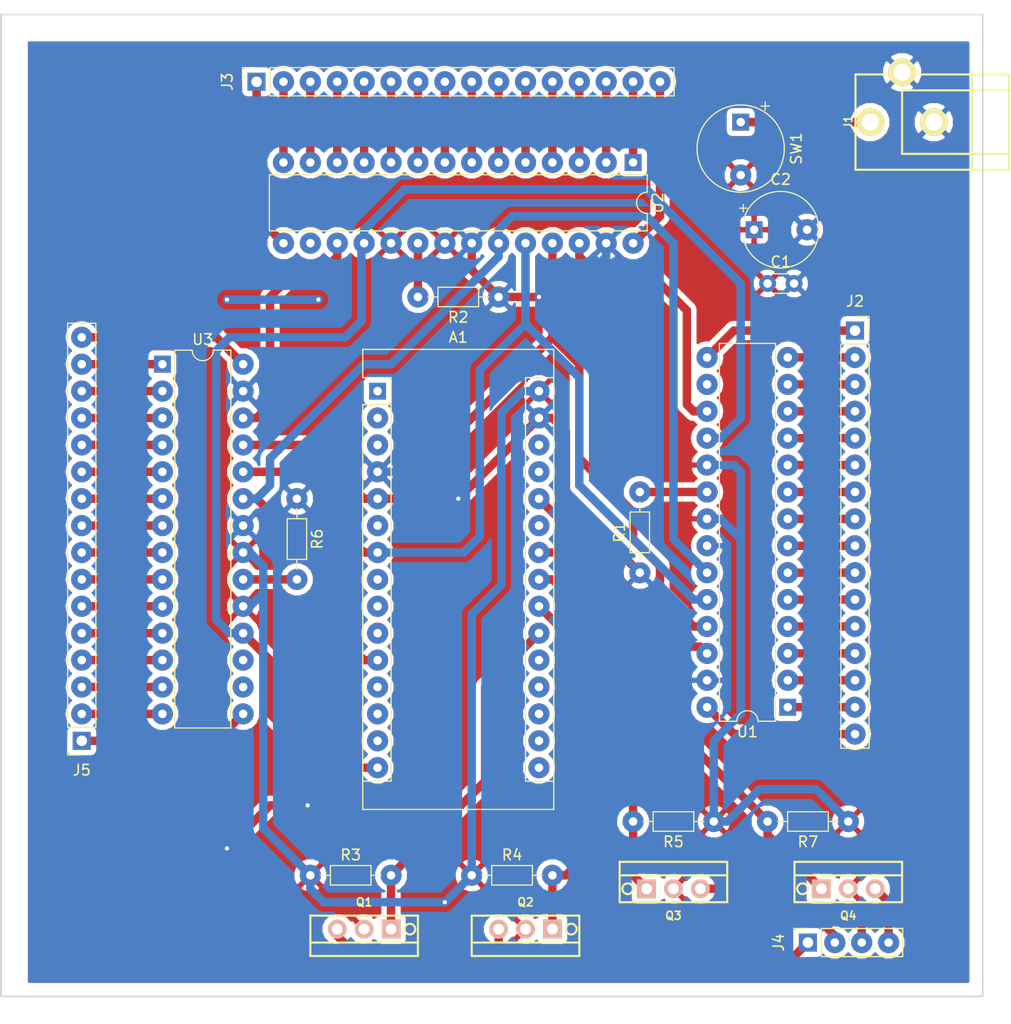
<source format=kicad_pcb>
(kicad_pcb (version 20171130) (host pcbnew 5.0.1-33cea8e~68~ubuntu16.04.1)
  (layers (0 F.Cu signal) (31 B.Cu signal) (34 B.Paste user) (35 F.Paste user) (36 B.SilkS user) (37 F.SilkS user) (38 B.Mask user) (39 F.Mask user) (44 Edge.Cuts user))
  (net 0 "")
  (net 1 "Net-(A1-Pad1)")
  (net 2 "Net-(A1-Pad17)")
  (net 3 "Net-(A1-Pad2)")
  (net 4 "Net-(A1-Pad18)")
  (net 5 "Net-(A1-Pad3)")
  (net 6 "Net-(A1-Pad19)")
  (net 7 GND)
  (net 8 "Net-(A1-Pad20)")
  (net 9 "Net-(A1-Pad21)")
  (net 10 /GSCLK)
  (net 11 "Net-(A1-Pad22)")
  (net 12 "Net-(A1-Pad23)")
  (net 13 "Net-(A1-Pad8)")
  (net 14 "Net-(A1-Pad24)")
  (net 15 "Net-(A1-Pad9)")
  (net 16 "Net-(A1-Pad25)")
  (net 17 "Net-(A1-Pad10)")
  (net 18 "Net-(A1-Pad26)")
  (net 19 "Net-(A1-Pad27)")
  (net 20 /XLAT)
  (net 21 "Net-(A1-Pad28)")
  (net 22 /BLANK)
  (net 23 "Net-(A1-Pad14)")
  (net 24 VCC)
  (net 25 "Net-(A1-Pad16)")
  (net 26 "Net-(J1-Pad1)")
  (net 27 "Net-(J2-Pad1)")
  (net 28 "Net-(J2-Pad2)")
  (net 29 "Net-(J2-Pad3)")
  (net 30 "Net-(J2-Pad4)")
  (net 31 "Net-(J2-Pad5)")
  (net 32 "Net-(J2-Pad6)")
  (net 33 "Net-(J2-Pad7)")
  (net 34 "Net-(J2-Pad8)")
  (net 35 "Net-(J2-Pad9)")
  (net 36 "Net-(J2-Pad10)")
  (net 37 "Net-(J2-Pad11)")
  (net 38 "Net-(J2-Pad12)")
  (net 39 "Net-(J2-Pad13)")
  (net 40 "Net-(J2-Pad14)")
  (net 41 "Net-(J2-Pad15)")
  (net 42 "Net-(J2-Pad16)")
  (net 43 "Net-(J3-Pad16)")
  (net 44 "Net-(J3-Pad15)")
  (net 45 "Net-(J3-Pad14)")
  (net 46 "Net-(J3-Pad13)")
  (net 47 "Net-(J3-Pad12)")
  (net 48 "Net-(J3-Pad11)")
  (net 49 "Net-(J3-Pad10)")
  (net 50 "Net-(J3-Pad9)")
  (net 51 "Net-(J3-Pad8)")
  (net 52 "Net-(J3-Pad7)")
  (net 53 "Net-(J3-Pad6)")
  (net 54 "Net-(J3-Pad5)")
  (net 55 "Net-(J3-Pad4)")
  (net 56 "Net-(J3-Pad3)")
  (net 57 "Net-(J3-Pad2)")
  (net 58 "Net-(J3-Pad1)")
  (net 59 "Net-(J4-Pad1)")
  (net 60 "Net-(J4-Pad2)")
  (net 61 "Net-(J4-Pad3)")
  (net 62 "Net-(J4-Pad4)")
  (net 63 "Net-(J5-Pad1)")
  (net 64 "Net-(J5-Pad2)")
  (net 65 "Net-(J5-Pad3)")
  (net 66 "Net-(J5-Pad4)")
  (net 67 "Net-(J5-Pad5)")
  (net 68 "Net-(J5-Pad6)")
  (net 69 "Net-(J5-Pad7)")
  (net 70 "Net-(J5-Pad8)")
  (net 71 "Net-(J5-Pad9)")
  (net 72 "Net-(J5-Pad10)")
  (net 73 "Net-(J5-Pad11)")
  (net 74 "Net-(J5-Pad12)")
  (net 75 "Net-(J5-Pad13)")
  (net 76 "Net-(J5-Pad14)")
  (net 77 "Net-(J5-Pad15)")
  (net 78 "Net-(J5-Pad16)")
  (net 79 "Net-(R1-Pad2)")
  (net 80 "Net-(R2-Pad2)")
  (net 81 "Net-(R6-Pad2)")
  (net 82 "Net-(U1-Pad16)")
  (net 83 "Net-(U1-Pad17)")
  (net 84 "Net-(U2-Pad16)")
  (net 85 "Net-(U2-Pad17)")
  (net 86 "Net-(U3-Pad17)")
  (net 87 "Net-(U3-Pad16)")
  (net 88 "Net-(A1-Pad6)")
  (net 89 "Net-(A1-Pad12)")
  (net 90 "Net-(A1-Pad13)")
  (net 91 /SCLK)
  (module Connector_PinSocket_2.54mm:PinSocket_1x16_P2.54mm_Vertical (layer F.Cu) (at 87.63 41.91 90)
    (fp_text reference J3 (at 0 -2.77 90) (layer F.SilkS))
    (fp_text value Conn_01x16_Female)
    (pad 16 thru_hole oval (at 0 38.1 90) (size 2 2) (drill 0.8) (layers *.Cu *.Mask) (net 43 "Net-(J3-Pad16)"))
    (pad 15 thru_hole oval (at 0 35.56 90) (size 2 2) (drill 0.8) (layers *.Cu *.Mask) (net 44 "Net-(J3-Pad15)"))
    (pad 14 thru_hole oval (at 0 33.02 90) (size 2 2) (drill 0.8) (layers *.Cu *.Mask) (net 45 "Net-(J3-Pad14)"))
    (pad 13 thru_hole oval (at 0 30.48 90) (size 2 2) (drill 0.8) (layers *.Cu *.Mask) (net 46 "Net-(J3-Pad13)"))
    (pad 12 thru_hole oval (at 0 27.94 90) (size 2 2) (drill 0.8) (layers *.Cu *.Mask) (net 47 "Net-(J3-Pad12)"))
    (pad 11 thru_hole oval (at 0 25.4 90) (size 2 2) (drill 0.8) (layers *.Cu *.Mask) (net 48 "Net-(J3-Pad11)"))
    (pad 10 thru_hole oval (at 0 22.86 90) (size 2 2) (drill 0.8) (layers *.Cu *.Mask) (net 49 "Net-(J3-Pad10)"))
    (pad 9 thru_hole oval (at 0 20.32 90) (size 2 2) (drill 0.8) (layers *.Cu *.Mask) (net 50 "Net-(J3-Pad9)"))
    (pad 8 thru_hole oval (at 0 17.78 90) (size 2 2) (drill 0.8) (layers *.Cu *.Mask) (net 51 "Net-(J3-Pad8)"))
    (pad 7 thru_hole oval (at 0 15.24 90) (size 2 2) (drill 0.8) (layers *.Cu *.Mask) (net 52 "Net-(J3-Pad7)"))
    (pad 6 thru_hole oval (at 0 12.7 90) (size 2 2) (drill 0.8) (layers *.Cu *.Mask) (net 53 "Net-(J3-Pad6)"))
    (pad 5 thru_hole oval (at 0 10.16 90) (size 2 2) (drill 0.8) (layers *.Cu *.Mask) (net 54 "Net-(J3-Pad5)"))
    (pad 4 thru_hole oval (at 0 7.62 90) (size 2 2) (drill 0.8) (layers *.Cu *.Mask) (net 55 "Net-(J3-Pad4)"))
    (pad 3 thru_hole oval (at 0 5.08 90) (size 2 2) (drill 0.8) (layers *.Cu *.Mask) (net 56 "Net-(J3-Pad3)"))
    (pad 2 thru_hole oval (at 0 2.54 90) (size 2 2) (drill 0.8) (layers *.Cu *.Mask) (net 57 "Net-(J3-Pad2)"))
    (pad 1 thru_hole rect (at 0 0 90) (size 1.7 1.7) (drill 1) (layers *.Cu *.Mask) (net 58 "Net-(J3-Pad1)"))
  )
  (module Module:Arduino_Nano (layer F.Cu) (at 99.06 71.12)
    (fp_text reference A1 (at 7.62 -5.08) (layer F.SilkS))
    (fp_text value Arduino_Nano_v3.x)
    (pad 1 thru_hole rect (at 0 0) (size 1.6 1.6) (drill 0.8) (layers *.Cu *.Mask) (net 1 "Net-(A1-Pad1)"))
    (pad 17 thru_hole circle (at 15.24 33.02) (size 2 2) (drill 0.8) (layers *.Cu *.Mask) (net 2 "Net-(A1-Pad17)"))
    (pad 2 thru_hole circle (at 0 2.54) (size 2 2) (drill 0.8) (layers *.Cu *.Mask) (net 3 "Net-(A1-Pad2)"))
    (pad 18 thru_hole circle (at 15.24 30.48) (size 2 2) (drill 0.8) (layers *.Cu *.Mask) (net 4 "Net-(A1-Pad18)"))
    (pad 3 thru_hole circle (at 0 5.08) (size 2 2) (drill 0.8) (layers *.Cu *.Mask) (net 5 "Net-(A1-Pad3)"))
    (pad 19 thru_hole circle (at 15.24 27.94) (size 2 2) (drill 0.8) (layers *.Cu *.Mask) (net 6 "Net-(A1-Pad19)"))
    (pad 4 thru_hole circle (at 0 7.62) (size 2 2) (drill 0.8) (layers *.Cu *.Mask) (net 7 GND))
    (pad 20 thru_hole circle (at 15.24 25.4) (size 2 2) (drill 0.8) (layers *.Cu *.Mask) (net 8 "Net-(A1-Pad20)"))
    (pad 5 thru_hole circle (at 0 10.16) (size 2 2) (drill 0.8) (layers *.Cu *.Mask) (net 91 /SCLK))
    (pad 21 thru_hole circle (at 15.24 22.86) (size 2 2) (drill 0.8) (layers *.Cu *.Mask) (net 9 "Net-(A1-Pad21)"))
    (pad 6 thru_hole circle (at 0 12.7) (size 2 2) (drill 0.8) (layers *.Cu *.Mask) (net 88 "Net-(A1-Pad6)"))
    (pad 22 thru_hole circle (at 15.24 20.32) (size 2 2) (drill 0.8) (layers *.Cu *.Mask) (net 11 "Net-(A1-Pad22)"))
    (pad 7 thru_hole circle (at 0 15.24) (size 2 2) (drill 0.8) (layers *.Cu *.Mask) (net 20 /XLAT))
    (pad 23 thru_hole circle (at 15.24 17.78) (size 2 2) (drill 0.8) (layers *.Cu *.Mask) (net 12 "Net-(A1-Pad23)"))
    (pad 8 thru_hole circle (at 0 17.78) (size 2 2) (drill 0.8) (layers *.Cu *.Mask) (net 13 "Net-(A1-Pad8)"))
    (pad 24 thru_hole circle (at 15.24 15.24) (size 2 2) (drill 0.8) (layers *.Cu *.Mask) (net 14 "Net-(A1-Pad24)"))
    (pad 9 thru_hole circle (at 0 20.32) (size 2 2) (drill 0.8) (layers *.Cu *.Mask) (net 15 "Net-(A1-Pad9)"))
    (pad 25 thru_hole circle (at 15.24 12.7) (size 2 2) (drill 0.8) (layers *.Cu *.Mask) (net 16 "Net-(A1-Pad25)"))
    (pad 10 thru_hole circle (at 0 22.86) (size 2 2) (drill 0.8) (layers *.Cu *.Mask) (net 17 "Net-(A1-Pad10)"))
    (pad 26 thru_hole circle (at 15.24 10.16) (size 2 2) (drill 0.8) (layers *.Cu *.Mask) (net 18 "Net-(A1-Pad26)"))
    (pad 11 thru_hole circle (at 0 25.4) (size 2 2) (drill 0.8) (layers *.Cu *.Mask) (net 22 /BLANK))
    (pad 27 thru_hole circle (at 15.24 7.62) (size 2 2) (drill 0.8) (layers *.Cu *.Mask) (net 19 "Net-(A1-Pad27)"))
    (pad 12 thru_hole circle (at 0 27.94) (size 2 2) (drill 0.8) (layers *.Cu *.Mask) (net 89 "Net-(A1-Pad12)"))
    (pad 28 thru_hole circle (at 15.24 5.08) (size 2 2) (drill 0.8) (layers *.Cu *.Mask) (net 21 "Net-(A1-Pad28)"))
    (pad 13 thru_hole circle (at 0 30.48) (size 2 2) (drill 0.8) (layers *.Cu *.Mask) (net 90 "Net-(A1-Pad13)"))
    (pad 29 thru_hole circle (at 15.24 2.54) (size 2 2) (drill 0.8) (layers *.Cu *.Mask) (net 7 GND))
    (pad 14 thru_hole circle (at 0 33.02) (size 2 2) (drill 0.8) (layers *.Cu *.Mask) (net 23 "Net-(A1-Pad14)"))
    (pad 30 thru_hole circle (at 15.24 0) (size 2 2) (drill 0.8) (layers *.Cu *.Mask) (net 24 VCC))
    (pad 15 thru_hole circle (at 0 35.56) (size 2 2) (drill 0.8) (layers *.Cu *.Mask) (net 10 /GSCLK))
    (pad 16 thru_hole circle (at 15.24 35.56) (size 2 2) (drill 0.8) (layers *.Cu *.Mask) (net 25 "Net-(A1-Pad16)"))
  )
  (module Capacitor_THT:C_Disc_D3.0mm_W1.6mm_P2.50mm (layer F.Cu) (at 135.89 60.96)
    (fp_text reference C1 (at 1.25 -2.05) (layer F.SilkS))
    (fp_text value 100n)
    (pad 1 thru_hole circle (at 0 0) (size 1.6 1.6) (drill 0.8) (layers *.Cu *.Mask) (net 24 VCC))
    (pad 2 thru_hole circle (at 2.5 0) (size 1.6 1.6) (drill 0.8) (layers *.Cu *.Mask) (net 7 GND))
  )
  (module Capacitor_THT:CP_Radial_Tantal_D7.0mm_P5.00mm (layer F.Cu) (at 134.62 55.88)
    (fp_text reference C2 (at 2.5 -4.75) (layer F.SilkS))
    (fp_text value 100u)
    (pad 1 thru_hole rect (at 0 0) (size 1.6 1.6) (drill 0.8) (layers *.Cu *.Mask) (net 24 VCC))
    (pad 2 thru_hole circle (at 5 0) (size 2 2) (drill 0.8) (layers *.Cu *.Mask) (net 7 GND))
  )
  (module connect-thru:CUI-PJ-102A_dc-barrel-jack (layer F.Cu) (at 148.59 45.72 270)
    (fp_text reference J1 (at 0 5.08 270) (layer F.SilkS) (effects (font (size 0.762 0.762) (thickness 0.1524))))
    (fp_text value Jack-DC hide)
    (pad 1 thru_hole circle (at 0 3 270) (size 2.6 2.6) (drill 1.6) (layers *.Cu *.Mask F.SilkS) (net 26 "Net-(J1-Pad1)"))
    (pad 2 thru_hole circle (at 0 -3 270) (size 2.6 2.6) (drill 1.6) (layers *.Cu *.Mask F.SilkS) (net 7 GND))
    (pad 2 thru_hole circle (at -4.7 0 270) (size 2.6 2.6) (drill 1.6) (layers *.Cu *.Mask F.SilkS) (net 7 GND))
  )
  (module Connector_PinSocket_2.54mm:PinSocket_1x16_P2.54mm_Vertical (layer F.Cu) (at 144.145 65.405)
    (fp_text reference J2 (at 0 -2.77) (layer F.SilkS))
    (fp_text value Conn_01x16_Female)
    (pad 1 thru_hole rect (at 0 0) (size 1.7 1.7) (drill 1) (layers *.Cu *.Mask) (net 27 "Net-(J2-Pad1)"))
    (pad 2 thru_hole oval (at 0 2.54) (size 2 2) (drill 0.8) (layers *.Cu *.Mask) (net 28 "Net-(J2-Pad2)"))
    (pad 3 thru_hole oval (at 0 5.08) (size 2 2) (drill 0.8) (layers *.Cu *.Mask) (net 29 "Net-(J2-Pad3)"))
    (pad 4 thru_hole oval (at 0 7.62) (size 2 2) (drill 0.8) (layers *.Cu *.Mask) (net 30 "Net-(J2-Pad4)"))
    (pad 5 thru_hole oval (at 0 10.16) (size 2 2) (drill 0.8) (layers *.Cu *.Mask) (net 31 "Net-(J2-Pad5)"))
    (pad 6 thru_hole oval (at 0 12.7) (size 2 2) (drill 0.8) (layers *.Cu *.Mask) (net 32 "Net-(J2-Pad6)"))
    (pad 7 thru_hole oval (at 0 15.24) (size 2 2) (drill 0.8) (layers *.Cu *.Mask) (net 33 "Net-(J2-Pad7)"))
    (pad 8 thru_hole oval (at 0 17.78) (size 2 2) (drill 0.8) (layers *.Cu *.Mask) (net 34 "Net-(J2-Pad8)"))
    (pad 9 thru_hole oval (at 0 20.32) (size 2 2) (drill 0.8) (layers *.Cu *.Mask) (net 35 "Net-(J2-Pad9)"))
    (pad 10 thru_hole oval (at 0 22.86) (size 2 2) (drill 0.8) (layers *.Cu *.Mask) (net 36 "Net-(J2-Pad10)"))
    (pad 11 thru_hole oval (at 0 25.4) (size 2 2) (drill 0.8) (layers *.Cu *.Mask) (net 37 "Net-(J2-Pad11)"))
    (pad 12 thru_hole oval (at 0 27.94) (size 2 2) (drill 0.8) (layers *.Cu *.Mask) (net 38 "Net-(J2-Pad12)"))
    (pad 13 thru_hole oval (at 0 30.48) (size 2 2) (drill 0.8) (layers *.Cu *.Mask) (net 39 "Net-(J2-Pad13)"))
    (pad 14 thru_hole oval (at 0 33.02) (size 2 2) (drill 0.8) (layers *.Cu *.Mask) (net 40 "Net-(J2-Pad14)"))
    (pad 15 thru_hole oval (at 0 35.56) (size 2 2) (drill 0.8) (layers *.Cu *.Mask) (net 41 "Net-(J2-Pad15)"))
    (pad 16 thru_hole oval (at 0 38.1) (size 2 2) (drill 0.8) (layers *.Cu *.Mask) (net 42 "Net-(J2-Pad16)"))
  )
  (module Connector_PinSocket_2.54mm:PinSocket_1x04_P2.54mm_Vertical (layer F.Cu) (at 139.7 123.19 90)
    (fp_text reference J4 (at 0 -2.77 90) (layer F.SilkS))
    (fp_text value Conn_01x04_Female)
    (pad 4 thru_hole circle (at 0 7.62 90) (size 2 2) (drill 0.8) (layers *.Cu *.Mask) (net 62 "Net-(J4-Pad4)"))
    (pad 3 thru_hole circle (at 0 5.08 90) (size 2 2) (drill 0.8) (layers *.Cu *.Mask) (net 61 "Net-(J4-Pad3)"))
    (pad 2 thru_hole circle (at 0 2.54 90) (size 2 2) (drill 0.8) (layers *.Cu *.Mask) (net 60 "Net-(J4-Pad2)"))
    (pad 1 thru_hole rect (at 0 0 90) (size 1.7 1.7) (drill 1) (layers *.Cu *.Mask) (net 59 "Net-(J4-Pad1)"))
  )
  (module Connector_PinSocket_2.54mm:PinSocket_1x16_P2.54mm_Vertical (layer F.Cu) (at 71.12 104.14 180)
    (fp_text reference J5 (at 0 -2.77 180) (layer F.SilkS))
    (fp_text value Conn_01x16_Female)
    (pad 16 thru_hole oval (at 0 38.1 180) (size 2 2) (drill 0.8) (layers *.Cu *.Mask) (net 78 "Net-(J5-Pad16)"))
    (pad 15 thru_hole oval (at 0 35.56 180) (size 2 2) (drill 0.8) (layers *.Cu *.Mask) (net 77 "Net-(J5-Pad15)"))
    (pad 14 thru_hole oval (at 0 33.02 180) (size 2 2) (drill 0.8) (layers *.Cu *.Mask) (net 76 "Net-(J5-Pad14)"))
    (pad 13 thru_hole oval (at 0 30.48 180) (size 2 2) (drill 0.8) (layers *.Cu *.Mask) (net 75 "Net-(J5-Pad13)"))
    (pad 12 thru_hole oval (at 0 27.94 180) (size 2 2) (drill 0.8) (layers *.Cu *.Mask) (net 74 "Net-(J5-Pad12)"))
    (pad 11 thru_hole oval (at 0 25.4 180) (size 2 2) (drill 0.8) (layers *.Cu *.Mask) (net 73 "Net-(J5-Pad11)"))
    (pad 10 thru_hole oval (at 0 22.86 180) (size 2 2) (drill 0.8) (layers *.Cu *.Mask) (net 72 "Net-(J5-Pad10)"))
    (pad 9 thru_hole oval (at 0 20.32 180) (size 2 2) (drill 0.8) (layers *.Cu *.Mask) (net 71 "Net-(J5-Pad9)"))
    (pad 8 thru_hole oval (at 0 17.78 180) (size 2 2) (drill 0.8) (layers *.Cu *.Mask) (net 70 "Net-(J5-Pad8)"))
    (pad 7 thru_hole oval (at 0 15.24 180) (size 2 2) (drill 0.8) (layers *.Cu *.Mask) (net 69 "Net-(J5-Pad7)"))
    (pad 6 thru_hole oval (at 0 12.7 180) (size 2 2) (drill 0.8) (layers *.Cu *.Mask) (net 68 "Net-(J5-Pad6)"))
    (pad 5 thru_hole oval (at 0 10.16 180) (size 2 2) (drill 0.8) (layers *.Cu *.Mask) (net 67 "Net-(J5-Pad5)"))
    (pad 4 thru_hole oval (at 0 7.62 180) (size 2 2) (drill 0.8) (layers *.Cu *.Mask) (net 66 "Net-(J5-Pad4)"))
    (pad 3 thru_hole oval (at 0 5.08 180) (size 2 2) (drill 0.8) (layers *.Cu *.Mask) (net 65 "Net-(J5-Pad3)"))
    (pad 2 thru_hole oval (at 0 2.54 180) (size 2 2) (drill 0.8) (layers *.Cu *.Mask) (net 64 "Net-(J5-Pad2)"))
    (pad 1 thru_hole rect (at 0 0 180) (size 1.7 1.7) (drill 1) (layers *.Cu *.Mask) (net 63 "Net-(J5-Pad1)"))
  )
  (module to:TO220_3pin (layer F.Cu) (at 97.79 121.92 180)
    (fp_text reference Q1 (at 0 2.54 180) (layer F.SilkS) (effects (font (size 0.762 0.762) (thickness 0.1524))))
    (fp_text value IRF9540N hide)
    (pad 3 thru_hole circle (at 2.54 0 180) (size 1.778 1.778) (drill 1.016) (layers *.Cu *.SilkS *.Mask) (net 59 "Net-(J4-Pad1)"))
    (pad 2 thru_hole circle (at 0 0 180) (size 1.778 1.778) (drill 1.016) (layers *.Cu *.SilkS *.Mask) (net 24 VCC))
    (pad 1 thru_hole rect (at -2.54 0 180) (size 1.778 1.778) (drill 1.016) (layers *.Cu *.SilkS *.Mask) (net 9 "Net-(A1-Pad21)"))
  )
  (module to:TO220_3pin (layer F.Cu) (at 113.03 121.92 180)
    (fp_text reference Q2 (at 0 2.54 180) (layer F.SilkS) (effects (font (size 0.762 0.762) (thickness 0.1524))))
    (fp_text value IRF9540N hide)
    (pad 1 thru_hole rect (at -2.54 0 180) (size 1.778 1.778) (drill 1.016) (layers *.Cu *.SilkS *.Mask) (net 11 "Net-(A1-Pad22)"))
    (pad 2 thru_hole circle (at 0 0 180) (size 1.778 1.778) (drill 1.016) (layers *.Cu *.SilkS *.Mask) (net 24 VCC))
    (pad 3 thru_hole circle (at 2.54 0 180) (size 1.778 1.778) (drill 1.016) (layers *.Cu *.SilkS *.Mask) (net 60 "Net-(J4-Pad2)"))
  )
  (module to:TO220_3pin (layer F.Cu) (at 127 118.11)
    (fp_text reference Q3 (at 0 2.54) (layer F.SilkS) (effects (font (size 0.762 0.762) (thickness 0.1524))))
    (fp_text value IRF9540N hide)
    (pad 3 thru_hole circle (at 2.54 0) (size 1.778 1.778) (drill 1.016) (layers *.Cu *.SilkS *.Mask) (net 61 "Net-(J4-Pad3)"))
    (pad 2 thru_hole circle (at 0 0) (size 1.778 1.778) (drill 1.016) (layers *.Cu *.SilkS *.Mask) (net 24 VCC))
    (pad 1 thru_hole rect (at -2.54 0) (size 1.778 1.778) (drill 1.016) (layers *.Cu *.SilkS *.Mask) (net 12 "Net-(A1-Pad23)"))
  )
  (module to:TO220_3pin (layer F.Cu) (at 143.51 118.11)
    (fp_text reference Q4 (at 0 2.54) (layer F.SilkS) (effects (font (size 0.762 0.762) (thickness 0.1524))))
    (fp_text value IRF9540N hide)
    (pad 1 thru_hole rect (at -2.54 0) (size 1.778 1.778) (drill 1.016) (layers *.Cu *.SilkS *.Mask) (net 14 "Net-(A1-Pad24)"))
    (pad 2 thru_hole circle (at 0 0) (size 1.778 1.778) (drill 1.016) (layers *.Cu *.SilkS *.Mask) (net 24 VCC))
    (pad 3 thru_hole circle (at 2.54 0) (size 1.778 1.778) (drill 1.016) (layers *.Cu *.SilkS *.Mask) (net 62 "Net-(J4-Pad4)"))
  )
  (module Resistor_THT:R_Axial_DIN0204_L3.6mm_D1.6mm_P7.62mm_Horizontal (layer F.Cu) (at 123.825 88.265 90)
    (fp_text reference R1 (at 3.81 -1.92 90) (layer F.SilkS))
    (fp_text value 2k)
    (pad 2 thru_hole circle (at 7.62 0 90) (size 2 2) (drill 0.8) (layers *.Cu *.Mask) (net 79 "Net-(R1-Pad2)"))
    (pad 1 thru_hole circle (at 0 0 90) (size 2 2) (drill 0.8) (layers *.Cu *.Mask) (net 7 GND))
  )
  (module Resistor_THT:R_Axial_DIN0204_L3.6mm_D1.6mm_P7.62mm_Horizontal (layer F.Cu) (at 110.49 62.23 180)
    (fp_text reference R2 (at 3.81 -1.92 180) (layer F.SilkS))
    (fp_text value 2k)
    (pad 2 thru_hole circle (at 7.62 0 180) (size 2 2) (drill 0.8) (layers *.Cu *.Mask) (net 80 "Net-(R2-Pad2)"))
    (pad 1 thru_hole circle (at 0 0 180) (size 2 2) (drill 0.8) (layers *.Cu *.Mask) (net 7 GND))
  )
  (module Resistor_THT:R_Axial_DIN0204_L3.6mm_D1.6mm_P7.62mm_Horizontal (layer F.Cu) (at 92.71 116.84)
    (fp_text reference R3 (at 3.81 -1.92) (layer F.SilkS))
    (fp_text value R)
    (pad 1 thru_hole circle (at 0 0) (size 2 2) (drill 0.8) (layers *.Cu *.Mask) (net 24 VCC))
    (pad 2 thru_hole circle (at 7.62 0) (size 2 2) (drill 0.8) (layers *.Cu *.Mask) (net 9 "Net-(A1-Pad21)"))
  )
  (module Resistor_THT:R_Axial_DIN0204_L3.6mm_D1.6mm_P7.62mm_Horizontal (layer F.Cu) (at 107.95 116.84)
    (fp_text reference R4 (at 3.81 -1.92) (layer F.SilkS))
    (fp_text value R)
    (pad 2 thru_hole circle (at 7.62 0) (size 2 2) (drill 0.8) (layers *.Cu *.Mask) (net 11 "Net-(A1-Pad22)"))
    (pad 1 thru_hole circle (at 0 0) (size 2 2) (drill 0.8) (layers *.Cu *.Mask) (net 24 VCC))
  )
  (module Resistor_THT:R_Axial_DIN0204_L3.6mm_D1.6mm_P7.62mm_Horizontal (layer F.Cu) (at 130.81 111.76 180)
    (fp_text reference R5 (at 3.81 -1.92 180) (layer F.SilkS))
    (fp_text value R)
    (pad 1 thru_hole circle (at 0 0 180) (size 2 2) (drill 0.8) (layers *.Cu *.Mask) (net 24 VCC))
    (pad 2 thru_hole circle (at 7.62 0 180) (size 2 2) (drill 0.8) (layers *.Cu *.Mask) (net 12 "Net-(A1-Pad23)"))
  )
  (module Resistor_THT:R_Axial_DIN0204_L3.6mm_D1.6mm_P7.62mm_Horizontal (layer F.Cu) (at 91.44 81.28 270)
    (fp_text reference R6 (at 3.81 -1.92 270) (layer F.SilkS))
    (fp_text value 2k)
    (pad 1 thru_hole circle (at 0 0 270) (size 2 2) (drill 0.8) (layers *.Cu *.Mask) (net 7 GND))
    (pad 2 thru_hole circle (at 7.62 0 270) (size 2 2) (drill 0.8) (layers *.Cu *.Mask) (net 81 "Net-(R6-Pad2)"))
  )
  (module Resistor_THT:R_Axial_DIN0204_L3.6mm_D1.6mm_P7.62mm_Horizontal (layer F.Cu) (at 143.51 111.76 180)
    (fp_text reference R7 (at 3.81 -1.92 180) (layer F.SilkS))
    (fp_text value R)
    (pad 1 thru_hole circle (at 0 0 180) (size 2 2) (drill 0.8) (layers *.Cu *.Mask) (net 24 VCC))
    (pad 2 thru_hole circle (at 7.62 0 180) (size 2 2) (drill 0.8) (layers *.Cu *.Mask) (net 14 "Net-(A1-Pad24)"))
  )
  (module Capacitor_THT:CP_Radial_Tantal_D8.0mm_P5.00mm (layer F.Cu) (at 133.35 45.72 270)
    (fp_text reference SW1 (at 2.5 -5.25 270) (layer F.SilkS))
    (fp_text value SW_DPST_x2)
    (pad 1 thru_hole rect (at 0 0 270) (size 1.6 1.6) (drill 0.8) (layers *.Cu *.Mask) (net 26 "Net-(J1-Pad1)"))
    (pad 2 thru_hole circle (at 5 0 270) (size 2 2) (drill 0.8) (layers *.Cu *.Mask) (net 24 VCC))
  )
  (module Package_DIP:DIP-28_W7.62mm (layer F.Cu) (at 137.795 100.965 180)
    (fp_text reference U1 (at 3.81 -2.33 180) (layer F.SilkS))
    (fp_text value TLC5940NT)
    (pad 1 thru_hole rect (at 0 0 180) (size 1.6 1.6) (drill 0.8) (layers *.Cu *.Mask) (net 41 "Net-(J2-Pad15)"))
    (pad 15 thru_hole oval (at 7.62 33.02 180) (size 2 2) (drill 0.8) (layers *.Cu *.Mask) (net 27 "Net-(J2-Pad1)"))
    (pad 2 thru_hole oval (at 0 2.54 180) (size 2 2) (drill 0.8) (layers *.Cu *.Mask) (net 40 "Net-(J2-Pad14)"))
    (pad 16 thru_hole oval (at 7.62 30.48 180) (size 2 2) (drill 0.8) (layers *.Cu *.Mask) (net 82 "Net-(U1-Pad16)"))
    (pad 3 thru_hole oval (at 0 5.08 180) (size 2 2) (drill 0.8) (layers *.Cu *.Mask) (net 39 "Net-(J2-Pad13)"))
    (pad 17 thru_hole oval (at 7.62 27.94 180) (size 2 2) (drill 0.8) (layers *.Cu *.Mask) (net 83 "Net-(U1-Pad17)"))
    (pad 4 thru_hole oval (at 0 7.62 180) (size 2 2) (drill 0.8) (layers *.Cu *.Mask) (net 38 "Net-(J2-Pad12)"))
    (pad 18 thru_hole oval (at 7.62 25.4 180) (size 2 2) (drill 0.8) (layers *.Cu *.Mask) (net 10 /GSCLK))
    (pad 5 thru_hole oval (at 0 10.16 180) (size 2 2) (drill 0.8) (layers *.Cu *.Mask) (net 37 "Net-(J2-Pad11)"))
    (pad 19 thru_hole oval (at 7.62 22.86 180) (size 2 2) (drill 0.8) (layers *.Cu *.Mask) (net 24 VCC))
    (pad 6 thru_hole oval (at 0 12.7 180) (size 2 2) (drill 0.8) (layers *.Cu *.Mask) (net 36 "Net-(J2-Pad10)"))
    (pad 20 thru_hole oval (at 7.62 20.32 180) (size 2 2) (drill 0.8) (layers *.Cu *.Mask) (net 79 "Net-(R1-Pad2)"))
    (pad 7 thru_hole oval (at 0 15.24 180) (size 2 2) (drill 0.8) (layers *.Cu *.Mask) (net 35 "Net-(J2-Pad9)"))
    (pad 21 thru_hole oval (at 7.62 17.78 180) (size 2 2) (drill 0.8) (layers *.Cu *.Mask) (net 24 VCC))
    (pad 8 thru_hole oval (at 0 17.78 180) (size 2 2) (drill 0.8) (layers *.Cu *.Mask) (net 34 "Net-(J2-Pad8)"))
    (pad 22 thru_hole oval (at 7.62 15.24 180) (size 2 2) (drill 0.8) (layers *.Cu *.Mask) (net 7 GND))
    (pad 9 thru_hole oval (at 0 20.32 180) (size 2 2) (drill 0.8) (layers *.Cu *.Mask) (net 33 "Net-(J2-Pad7)"))
    (pad 23 thru_hole oval (at 7.62 12.7 180) (size 2 2) (drill 0.8) (layers *.Cu *.Mask) (net 22 /BLANK))
    (pad 10 thru_hole oval (at 0 22.86 180) (size 2 2) (drill 0.8) (layers *.Cu *.Mask) (net 32 "Net-(J2-Pad6)"))
    (pad 24 thru_hole oval (at 7.62 10.16 180) (size 2 2) (drill 0.8) (layers *.Cu *.Mask) (net 20 /XLAT))
    (pad 11 thru_hole oval (at 0 25.4 180) (size 2 2) (drill 0.8) (layers *.Cu *.Mask) (net 31 "Net-(J2-Pad5)"))
    (pad 25 thru_hole oval (at 7.62 7.62 180) (size 2 2) (drill 0.8) (layers *.Cu *.Mask) (net 91 /SCLK))
    (pad 12 thru_hole oval (at 0 27.94 180) (size 2 2) (drill 0.8) (layers *.Cu *.Mask) (net 30 "Net-(J2-Pad4)"))
    (pad 26 thru_hole oval (at 7.62 5.08 180) (size 2 2) (drill 0.8) (layers *.Cu *.Mask) (net 18 "Net-(A1-Pad26)"))
    (pad 13 thru_hole oval (at 0 30.48 180) (size 2 2) (drill 0.8) (layers *.Cu *.Mask) (net 29 "Net-(J2-Pad3)"))
    (pad 27 thru_hole oval (at 7.62 2.54 180) (size 2 2) (drill 0.8) (layers *.Cu *.Mask) (net 7 GND))
    (pad 14 thru_hole oval (at 0 33.02 180) (size 2 2) (drill 0.8) (layers *.Cu *.Mask) (net 28 "Net-(J2-Pad2)"))
    (pad 28 thru_hole oval (at 7.62 0 180) (size 2 2) (drill 0.8) (layers *.Cu *.Mask) (net 42 "Net-(J2-Pad16)"))
  )
  (module Package_DIP:DIP-28_W7.62mm (layer F.Cu) (at 123.19 49.53 270)
    (fp_text reference U2 (at 3.81 -2.33 270) (layer F.SilkS))
    (fp_text value TLC5940NT)
    (pad 1 thru_hole rect (at 0 0 270) (size 1.6 1.6) (drill 0.8) (layers *.Cu *.Mask) (net 44 "Net-(J3-Pad15)"))
    (pad 15 thru_hole circle (at 7.62 33.02 270) (size 2 2) (drill 0.8) (layers *.Cu *.Mask) (net 58 "Net-(J3-Pad1)"))
    (pad 2 thru_hole circle (at 0 2.54 270) (size 2 2) (drill 0.8) (layers *.Cu *.Mask) (net 45 "Net-(J3-Pad14)"))
    (pad 16 thru_hole circle (at 7.62 30.48 270) (size 2 2) (drill 0.8) (layers *.Cu *.Mask) (net 84 "Net-(U2-Pad16)"))
    (pad 3 thru_hole circle (at 0 5.08 270) (size 2 2) (drill 0.8) (layers *.Cu *.Mask) (net 46 "Net-(J3-Pad13)"))
    (pad 17 thru_hole circle (at 7.62 27.94 270) (size 2 2) (drill 0.8) (layers *.Cu *.Mask) (net 85 "Net-(U2-Pad17)"))
    (pad 4 thru_hole circle (at 0 7.62 270) (size 2 2) (drill 0.8) (layers *.Cu *.Mask) (net 47 "Net-(J3-Pad12)"))
    (pad 18 thru_hole circle (at 7.62 25.4 270) (size 2 2) (drill 0.8) (layers *.Cu *.Mask) (net 10 /GSCLK))
    (pad 5 thru_hole circle (at 0 10.16 270) (size 2 2) (drill 0.8) (layers *.Cu *.Mask) (net 48 "Net-(J3-Pad11)"))
    (pad 19 thru_hole circle (at 7.62 22.86 270) (size 2 2) (drill 0.8) (layers *.Cu *.Mask) (net 24 VCC))
    (pad 6 thru_hole circle (at 0 12.7 270) (size 2 2) (drill 0.8) (layers *.Cu *.Mask) (net 49 "Net-(J3-Pad10)"))
    (pad 20 thru_hole circle (at 7.62 20.32 270) (size 2 2) (drill 0.8) (layers *.Cu *.Mask) (net 80 "Net-(R2-Pad2)"))
    (pad 7 thru_hole circle (at 0 15.24 270) (size 2 2) (drill 0.8) (layers *.Cu *.Mask) (net 50 "Net-(J3-Pad9)"))
    (pad 21 thru_hole circle (at 7.62 17.78 270) (size 2 2) (drill 0.8) (layers *.Cu *.Mask) (net 24 VCC))
    (pad 8 thru_hole circle (at 0 17.78 270) (size 2 2) (drill 0.8) (layers *.Cu *.Mask) (net 51 "Net-(J3-Pad8)"))
    (pad 22 thru_hole circle (at 7.62 15.24 270) (size 2 2) (drill 0.8) (layers *.Cu *.Mask) (net 7 GND))
    (pad 9 thru_hole circle (at 0 20.32 270) (size 2 2) (drill 0.8) (layers *.Cu *.Mask) (net 52 "Net-(J3-Pad7)"))
    (pad 23 thru_hole circle (at 7.62 12.7 270) (size 2 2) (drill 0.8) (layers *.Cu *.Mask) (net 22 /BLANK))
    (pad 10 thru_hole circle (at 0 22.86 270) (size 2 2) (drill 0.8) (layers *.Cu *.Mask) (net 53 "Net-(J3-Pad6)"))
    (pad 24 thru_hole circle (at 7.62 10.16 270) (size 2 2) (drill 0.8) (layers *.Cu *.Mask) (net 20 /XLAT))
    (pad 11 thru_hole circle (at 0 25.4 270) (size 2 2) (drill 0.8) (layers *.Cu *.Mask) (net 54 "Net-(J3-Pad5)"))
    (pad 25 thru_hole circle (at 7.62 7.62 270) (size 2 2) (drill 0.8) (layers *.Cu *.Mask) (net 91 /SCLK))
    (pad 12 thru_hole circle (at 0 27.94 270) (size 2 2) (drill 0.8) (layers *.Cu *.Mask) (net 55 "Net-(J3-Pad4)"))
    (pad 26 thru_hole circle (at 7.62 5.08 270) (size 2 2) (drill 0.8) (layers *.Cu *.Mask) (net 83 "Net-(U1-Pad17)"))
    (pad 13 thru_hole circle (at 0 30.48 270) (size 2 2) (drill 0.8) (layers *.Cu *.Mask) (net 56 "Net-(J3-Pad3)"))
    (pad 27 thru_hole circle (at 7.62 2.54 270) (size 2 2) (drill 0.8) (layers *.Cu *.Mask) (net 7 GND))
    (pad 14 thru_hole circle (at 0 33.02 270) (size 2 2) (drill 0.8) (layers *.Cu *.Mask) (net 57 "Net-(J3-Pad2)"))
    (pad 28 thru_hole circle (at 7.62 0 270) (size 2 2) (drill 0.8) (layers *.Cu *.Mask) (net 43 "Net-(J3-Pad16)"))
  )
  (module Package_DIP:DIP-28_W7.62mm (layer F.Cu) (at 78.74 68.58)
    (fp_text reference U3 (at 3.81 -2.33) (layer F.SilkS))
    (fp_text value TLC5940NT)
    (pad 1 thru_hole rect (at 0 0) (size 1.6 1.6) (drill 0.8) (layers *.Cu *.Mask) (net 77 "Net-(J5-Pad15)"))
    (pad 15 thru_hole circle (at 7.62 33.02) (size 2 2) (drill 0.8) (layers *.Cu *.Mask) (net 63 "Net-(J5-Pad1)"))
    (pad 2 thru_hole circle (at 0 2.54) (size 2 2) (drill 0.8) (layers *.Cu *.Mask) (net 76 "Net-(J5-Pad14)"))
    (pad 16 thru_hole circle (at 7.62 30.48) (size 2 2) (drill 0.8) (layers *.Cu *.Mask) (net 87 "Net-(U3-Pad16)"))
    (pad 3 thru_hole circle (at 0 5.08) (size 2 2) (drill 0.8) (layers *.Cu *.Mask) (net 75 "Net-(J5-Pad13)"))
    (pad 17 thru_hole circle (at 7.62 27.94) (size 2 2) (drill 0.8) (layers *.Cu *.Mask) (net 86 "Net-(U3-Pad17)"))
    (pad 4 thru_hole circle (at 0 7.62) (size 2 2) (drill 0.8) (layers *.Cu *.Mask) (net 74 "Net-(J5-Pad12)"))
    (pad 18 thru_hole circle (at 7.62 25.4) (size 2 2) (drill 0.8) (layers *.Cu *.Mask) (net 10 /GSCLK))
    (pad 5 thru_hole circle (at 0 10.16) (size 2 2) (drill 0.8) (layers *.Cu *.Mask) (net 73 "Net-(J5-Pad11)"))
    (pad 19 thru_hole circle (at 7.62 22.86) (size 2 2) (drill 0.8) (layers *.Cu *.Mask) (net 24 VCC))
    (pad 6 thru_hole circle (at 0 12.7) (size 2 2) (drill 0.8) (layers *.Cu *.Mask) (net 72 "Net-(J5-Pad10)"))
    (pad 20 thru_hole circle (at 7.62 20.32) (size 2 2) (drill 0.8) (layers *.Cu *.Mask) (net 81 "Net-(R6-Pad2)"))
    (pad 7 thru_hole circle (at 0 15.24) (size 2 2) (drill 0.8) (layers *.Cu *.Mask) (net 71 "Net-(J5-Pad9)"))
    (pad 21 thru_hole circle (at 7.62 17.78) (size 2 2) (drill 0.8) (layers *.Cu *.Mask) (net 24 VCC))
    (pad 8 thru_hole circle (at 0 17.78) (size 2 2) (drill 0.8) (layers *.Cu *.Mask) (net 70 "Net-(J5-Pad8)"))
    (pad 22 thru_hole circle (at 7.62 15.24) (size 2 2) (drill 0.8) (layers *.Cu *.Mask) (net 7 GND))
    (pad 9 thru_hole circle (at 0 20.32) (size 2 2) (drill 0.8) (layers *.Cu *.Mask) (net 69 "Net-(J5-Pad7)"))
    (pad 23 thru_hole circle (at 7.62 12.7) (size 2 2) (drill 0.8) (layers *.Cu *.Mask) (net 22 /BLANK))
    (pad 10 thru_hole circle (at 0 22.86) (size 2 2) (drill 0.8) (layers *.Cu *.Mask) (net 68 "Net-(J5-Pad6)"))
    (pad 24 thru_hole circle (at 7.62 10.16) (size 2 2) (drill 0.8) (layers *.Cu *.Mask) (net 20 /XLAT))
    (pad 11 thru_hole circle (at 0 25.4) (size 2 2) (drill 0.8) (layers *.Cu *.Mask) (net 67 "Net-(J5-Pad5)"))
    (pad 25 thru_hole circle (at 7.62 7.62) (size 2 2) (drill 0.8) (layers *.Cu *.Mask) (net 91 /SCLK))
    (pad 12 thru_hole circle (at 0 27.94) (size 2 2) (drill 0.8) (layers *.Cu *.Mask) (net 66 "Net-(J5-Pad4)"))
    (pad 26 thru_hole circle (at 7.62 5.08) (size 2 2) (drill 0.8) (layers *.Cu *.Mask) (net 85 "Net-(U2-Pad17)"))
    (pad 13 thru_hole circle (at 0 30.48) (size 2 2) (drill 0.8) (layers *.Cu *.Mask) (net 65 "Net-(J5-Pad3)"))
    (pad 27 thru_hole circle (at 7.62 2.54) (size 2 2) (drill 0.8) (layers *.Cu *.Mask) (net 7 GND))
    (pad 14 thru_hole circle (at 0 33.02) (size 2 2) (drill 0.8) (layers *.Cu *.Mask) (net 64 "Net-(J5-Pad2)"))
    (pad 28 thru_hole circle (at 7.62 0) (size 2 2) (drill 0.8) (layers *.Cu *.Mask) (net 78 "Net-(J5-Pad16)"))
  )
  (gr_line (start 63.5 128.27) (end 63.5 35.56) (angle 90) (layer Edge.Cuts) (width 0.15))
  (gr_line (start 156.21 128.27) (end 63.5 128.27) (angle 90) (layer Edge.Cuts) (width 0.15))
  (gr_line (start 156.21 35.56) (end 156.21 128.27) (angle 90) (layer Edge.Cuts) (width 0.15))
  (gr_line (start 63.5 35.56) (end 156.21 35.56) (angle 90) (layer Edge.Cuts) (width 0.15))
  (segment (start 110.49 62.23) (end 107.95 59.69) (width 0.8) (layer F.Cu) (net 7))
  (segment (start 107.95 59.69) (end 107.95 57.15) (width 0.8) (layer F.Cu) (net 7))
  (segment (start 120.65 57.15) (end 120.65 58.42) (width 0.8) (layer B.Cu) (net 7))
  (segment (start 114.3 62.23) (end 110.49 62.23) (width 0.8) (layer F.Cu) (net 7))
  (via (at 114.3 62.23) (size 0.8) (drill 0.4) (layers F.Cu B.Cu) (net 7))
  (segment (start 116.84 62.23) (end 114.3 62.23) (width 0.8) (layer B.Cu) (net 7))
  (segment (start 120.65 58.42) (end 116.84 62.23) (width 0.8) (layer B.Cu) (net 7))
  (segment (start 114.3 73.66) (end 115.57 73.66) (width 0.8) (layer F.Cu) (net 7))
  (segment (start 116.84 81.28) (end 123.825 88.265) (width 0.8) (layer F.Cu) (net 7))
  (segment (start 116.84 74.93) (end 116.84 81.28) (width 0.8) (layer F.Cu) (net 7))
  (segment (start 115.57 73.66) (end 116.84 74.93) (width 0.8) (layer F.Cu) (net 7))
  (segment (start 114.3 73.66) (end 106.68 81.28) (width 0.8) (layer F.Cu) (net 7))
  (segment (start 104.14 78.74) (end 99.06 78.74) (width 0.8) (layer B.Cu) (net 7))
  (segment (start 106.68 81.28) (end 104.14 78.74) (width 0.8) (layer B.Cu) (net 7))
  (via (at 106.68 81.28) (size 0.8) (drill 0.4) (layers F.Cu B.Cu) (net 7))
  (via (at 84.836 114.3) (size 0.8) (drill 0.4) (layers F.Cu B.Cu) (net 7))
  (via (at 92.456 110.236) (size 0.8) (drill 0.4) (layers F.Cu B.Cu) (net 7))
  (segment (start 92.456 110.236) (end 88.9 110.236) (width 0.8) (layer F.Cu) (net 7))
  (segment (start 88.9 110.236) (end 84.836 114.3) (width 0.8) (layer F.Cu) (net 7))
  (segment (start 114.3 93.98) (end 109.22 99.06) (width 0.8) (layer F.Cu) (net 9))
  (segment (start 109.22 107.95) (end 100.33 116.84) (width 0.8) (layer F.Cu) (net 9))
  (segment (start 109.22 99.06) (end 109.22 107.95) (width 0.8) (layer F.Cu) (net 9))
  (segment (start 100.33 116.84) (end 100.33 121.92) (width 0.8) (layer F.Cu) (net 9))
  (segment (start 99.06 106.68) (end 93.98 106.68) (width 0.8) (layer F.Cu) (net 10))
  (segment (start 88.9 96.52) (end 86.36 93.98) (width 0.8) (layer F.Cu) (net 10))
  (segment (start 88.9 101.6) (end 88.9 96.52) (width 0.8) (layer F.Cu) (net 10))
  (segment (start 93.98 106.68) (end 88.9 101.6) (width 0.8) (layer F.Cu) (net 10))
  (segment (start 86.36 93.98) (end 85.09 93.98) (width 0.8) (layer B.Cu) (net 10))
  (segment (start 97.536 57.404) (end 97.79 57.15) (width 0.8) (layer B.Cu) (net 10))
  (segment (start 97.536 64.516) (end 97.536 57.404) (width 0.8) (layer B.Cu) (net 10))
  (segment (start 96.012 66.04) (end 97.536 64.516) (width 0.8) (layer B.Cu) (net 10))
  (segment (start 90.17 66.04) (end 96.012 66.04) (width 0.8) (layer B.Cu) (net 10))
  (segment (start 90.17 66.04) (end 85.09 66.04) (width 0.8) (layer B.Cu) (net 10))
  (segment (start 85.09 66.04) (end 83.82 67.31) (width 0.8) (layer B.Cu) (net 10))
  (segment (start 83.82 67.31) (end 83.82 92.71) (width 0.8) (layer B.Cu) (net 10))
  (segment (start 83.82 92.71) (end 85.09 93.98) (width 0.8) (layer B.Cu) (net 10))
  (segment (start 97.79 57.15) (end 97.79 55.88) (width 0.8) (layer B.Cu) (net 10))
  (segment (start 101.6 52.07) (end 99.06 54.61) (width 0.8) (layer B.Cu) (net 10))
  (segment (start 124.46 52.07) (end 101.6 52.07) (width 0.8) (layer B.Cu) (net 10))
  (segment (start 133.35 60.96) (end 124.46 52.07) (width 0.8) (layer B.Cu) (net 10))
  (segment (start 133.35 73.66) (end 133.35 60.96) (width 0.8) (layer B.Cu) (net 10))
  (segment (start 131.445 75.565) (end 133.35 73.66) (width 0.8) (layer B.Cu) (net 10))
  (segment (start 131.445 75.565) (end 130.175 75.565) (width 0.8) (layer B.Cu) (net 10))
  (segment (start 99.06 54.61) (end 97.79 55.88) (width 0.8) (layer B.Cu) (net 10))
  (segment (start 114.3 91.44) (end 120.65 97.79) (width 0.8) (layer F.Cu) (net 11))
  (segment (start 116.84 116.84) (end 115.57 116.84) (width 0.8) (layer F.Cu) (net 11))
  (segment (start 120.65 113.03) (end 116.84 116.84) (width 0.8) (layer F.Cu) (net 11))
  (segment (start 120.65 97.79) (end 120.65 113.03) (width 0.8) (layer F.Cu) (net 11))
  (segment (start 115.57 116.84) (end 115.57 121.92) (width 0.8) (layer F.Cu) (net 11))
  (segment (start 114.3 88.9) (end 115.57 88.9) (width 0.8) (layer F.Cu) (net 12))
  (segment (start 123.19 96.52) (end 123.19 111.76) (width 0.8) (layer F.Cu) (net 12))
  (segment (start 115.57 88.9) (end 123.19 96.52) (width 0.8) (layer F.Cu) (net 12))
  (segment (start 123.19 111.76) (end 123.19 116.84) (width 0.8) (layer F.Cu) (net 12))
  (segment (start 123.19 116.84) (end 124.46 118.11) (width 0.8) (layer F.Cu) (net 12))
  (segment (start 114.3 86.36) (end 116.84 86.36) (width 0.8) (layer F.Cu) (net 14))
  (segment (start 127 102.87) (end 135.89 111.76) (width 0.8) (layer F.Cu) (net 14))
  (segment (start 127 96.52) (end 127 102.87) (width 0.8) (layer F.Cu) (net 14))
  (segment (start 116.84 86.36) (end 127 96.52) (width 0.8) (layer F.Cu) (net 14))
  (segment (start 135.89 111.76) (end 135.89 113.03) (width 0.8) (layer F.Cu) (net 14))
  (segment (start 135.89 113.03) (end 140.97 118.11) (width 0.8) (layer F.Cu) (net 14))
  (segment (start 114.3 81.28) (end 124.46 91.44) (width 0.8) (layer F.Cu) (net 18))
  (segment (start 129.54 95.25) (end 130.175 95.885) (width 0.8) (layer F.Cu) (net 18))
  (segment (start 128.27 95.25) (end 129.54 95.25) (width 0.8) (layer F.Cu) (net 18))
  (segment (start 124.46 91.44) (end 128.27 95.25) (width 0.8) (layer F.Cu) (net 18))
  (segment (start 86.36 78.74) (end 92.71 78.74) (width 0.8) (layer F.Cu) (net 20))
  (segment (start 97.79 86.36) (end 99.06 86.36) (width 0.8) (layer F.Cu) (net 20))
  (segment (start 96.52 85.09) (end 97.79 86.36) (width 0.8) (layer F.Cu) (net 20))
  (segment (start 96.52 82.55) (end 96.52 85.09) (width 0.8) (layer F.Cu) (net 20))
  (segment (start 92.71 78.74) (end 96.52 82.55) (width 0.8) (layer F.Cu) (net 20))
  (segment (start 113.03 57.15) (end 113.03 64.77) (width 0.8) (layer B.Cu) (net 20))
  (segment (start 130.175 90.805) (end 128.905 90.805) (width 0.8) (layer B.Cu) (net 20))
  (segment (start 128.905 90.805) (end 118.11 80.01) (width 0.8) (layer B.Cu) (net 20))
  (segment (start 118.11 80.01) (end 118.11 69.85) (width 0.8) (layer B.Cu) (net 20))
  (segment (start 118.11 69.85) (end 113.03 64.77) (width 0.8) (layer B.Cu) (net 20))
  (segment (start 99.06 86.36) (end 107.188 86.36) (width 0.8) (layer B.Cu) (net 20))
  (segment (start 108.712 69.088) (end 113.03 64.77) (width 0.8) (layer B.Cu) (net 20))
  (segment (start 108.712 84.836) (end 108.712 69.088) (width 0.8) (layer B.Cu) (net 20))
  (segment (start 107.188 86.36) (end 108.712 84.836) (width 0.8) (layer B.Cu) (net 20))
  (segment (start 86.36 81.28) (end 87.63 81.28) (width 0.8) (layer F.Cu) (net 22))
  (segment (start 97.79 96.52) (end 99.06 96.52) (width 0.8) (layer F.Cu) (net 22))
  (segment (start 96.52 95.25) (end 97.79 96.52) (width 0.8) (layer F.Cu) (net 22))
  (segment (start 96.52 90.17) (end 96.52 95.25) (width 0.8) (layer F.Cu) (net 22))
  (segment (start 87.63 81.28) (end 96.52 90.17) (width 0.8) (layer F.Cu) (net 22))
  (segment (start 110.49 57.15) (end 110.49 58.42) (width 0.8) (layer B.Cu) (net 22))
  (segment (start 87.63 81.28) (end 86.36 81.28) (width 0.8) (layer B.Cu) (net 22))
  (segment (start 88.9 80.01) (end 87.63 81.28) (width 0.8) (layer B.Cu) (net 22))
  (segment (start 88.9 77.47) (end 88.9 80.01) (width 0.8) (layer B.Cu) (net 22))
  (segment (start 97.79 68.58) (end 88.9 77.47) (width 0.8) (layer B.Cu) (net 22))
  (segment (start 100.33 68.58) (end 97.79 68.58) (width 0.8) (layer B.Cu) (net 22))
  (segment (start 110.49 58.42) (end 100.33 68.58) (width 0.8) (layer B.Cu) (net 22))
  (segment (start 130.175 88.265) (end 128.27 86.36) (width 0.8) (layer B.Cu) (net 22))
  (segment (start 110.49 55.88) (end 110.49 57.15) (width 0.8) (layer B.Cu) (net 22))
  (segment (start 111.76 54.61) (end 110.49 55.88) (width 0.8) (layer B.Cu) (net 22))
  (segment (start 124.46 54.61) (end 111.76 54.61) (width 0.8) (layer B.Cu) (net 22))
  (segment (start 125.73 55.88) (end 124.46 54.61) (width 0.8) (layer B.Cu) (net 22))
  (segment (start 127 57.15) (end 125.73 55.88) (width 0.8) (layer B.Cu) (net 22))
  (segment (start 127 85.09) (end 127 57.15) (width 0.8) (layer B.Cu) (net 22))
  (segment (start 128.27 86.36) (end 127 85.09) (width 0.8) (layer B.Cu) (net 22))
  (segment (start 86.36 86.36) (end 86.995 86.36) (width 0.8) (layer B.Cu) (net 24))
  (segment (start 86.995 91.44) (end 86.36 91.44) (width 0.8) (layer B.Cu) (net 24))
  (segment (start 88.265 90.17) (end 86.995 91.44) (width 0.8) (layer B.Cu) (net 24))
  (segment (start 88.265 87.63) (end 88.265 90.17) (width 0.8) (layer B.Cu) (net 24))
  (segment (start 86.995 86.36) (end 88.265 87.63) (width 0.8) (layer B.Cu) (net 24))
  (segment (start 88.265 90.17) (end 88.265 112.395) (width 0.8) (layer B.Cu) (net 24))
  (segment (start 88.265 112.395) (end 92.71 116.84) (width 0.8) (layer B.Cu) (net 24))
  (segment (start 130.81 111.76) (end 130.81 104.14) (width 0.8) (layer B.Cu) (net 24))
  (segment (start 131.445 83.185) (end 130.175 83.185) (width 0.8) (layer B.Cu) (net 24))
  (segment (start 133.35 85.09) (end 131.445 83.185) (width 0.8) (layer B.Cu) (net 24))
  (segment (start 133.35 101.6) (end 133.35 85.09) (width 0.8) (layer B.Cu) (net 24))
  (segment (start 130.81 104.14) (end 133.35 101.6) (width 0.8) (layer B.Cu) (net 24))
  (segment (start 133.35 85.09) (end 133.35 78.74) (width 0.8) (layer B.Cu) (net 24))
  (segment (start 132.715 78.105) (end 130.175 78.105) (width 0.8) (layer B.Cu) (net 24))
  (segment (start 133.35 78.74) (end 132.715 78.105) (width 0.8) (layer B.Cu) (net 24))
  (segment (start 107.95 116.84) (end 105.41 119.38) (width 0.8) (layer B.Cu) (net 24))
  (segment (start 92.71 118.11) (end 92.71 116.84) (width 0.8) (layer B.Cu) (net 24))
  (segment (start 93.98 119.38) (end 92.71 118.11) (width 0.8) (layer B.Cu) (net 24))
  (segment (start 105.41 119.38) (end 93.98 119.38) (width 0.8) (layer B.Cu) (net 24))
  (via (at 105.41 119.38) (size 0.8) (drill 0.4) (layers F.Cu B.Cu) (net 24))
  (segment (start 107.95 116.84) (end 107.95 92.202) (width 0.8) (layer B.Cu) (net 24))
  (segment (start 112.776 71.12) (end 114.3 71.12) (width 0.8) (layer B.Cu) (net 24))
  (segment (start 110.744 73.152) (end 112.776 71.12) (width 0.8) (layer B.Cu) (net 24))
  (segment (start 110.744 89.408) (end 110.744 73.152) (width 0.8) (layer B.Cu) (net 24))
  (segment (start 107.95 92.202) (end 110.744 89.408) (width 0.8) (layer B.Cu) (net 24))
  (segment (start 130.81 111.76) (end 132.08 111.76) (width 0.8) (layer B.Cu) (net 24))
  (segment (start 140.462 108.712) (end 143.51 111.76) (width 0.8) (layer B.Cu) (net 24))
  (segment (start 135.128 108.712) (end 140.462 108.712) (width 0.8) (layer B.Cu) (net 24))
  (segment (start 132.08 111.76) (end 135.128 108.712) (width 0.8) (layer B.Cu) (net 24))
  (via (at 84.836 62.484) (size 0.8) (drill 0.4) (layers F.Cu B.Cu) (net 24))
  (via (at 93.472 62.484) (size 0.8) (drill 0.4) (layers F.Cu B.Cu) (net 24))
  (segment (start 84.836 62.484) (end 93.472 62.484) (width 0.8) (layer B.Cu) (net 24))
  (segment (start 133.35 45.72) (end 145.59 45.72) (width 0.8) (layer F.Cu) (net 26))
  (segment (start 144.145 65.405) (end 132.715 65.405) (width 0.8) (layer F.Cu) (net 27))
  (segment (start 132.715 65.405) (end 130.175 67.945) (width 0.8) (layer F.Cu) (net 27))
  (segment (start 137.795 67.945) (end 144.145 67.945) (width 0.8) (layer F.Cu) (net 28))
  (segment (start 137.795 70.485) (end 144.145 70.485) (width 0.8) (layer F.Cu) (net 29))
  (segment (start 137.795 73.025) (end 144.145 73.025) (width 0.8) (layer F.Cu) (net 30))
  (segment (start 137.795 75.565) (end 144.145 75.565) (width 0.8) (layer F.Cu) (net 31))
  (segment (start 137.795 78.105) (end 144.145 78.105) (width 0.8) (layer F.Cu) (net 32))
  (segment (start 137.795 80.645) (end 144.145 80.645) (width 0.8) (layer F.Cu) (net 33))
  (segment (start 137.795 83.185) (end 144.145 83.185) (width 0.8) (layer F.Cu) (net 34))
  (segment (start 137.795 85.725) (end 144.145 85.725) (width 0.8) (layer F.Cu) (net 35))
  (segment (start 137.795 88.265) (end 144.145 88.265) (width 0.8) (layer F.Cu) (net 36))
  (segment (start 137.795 90.805) (end 144.145 90.805) (width 0.8) (layer F.Cu) (net 37))
  (segment (start 137.795 93.345) (end 144.145 93.345) (width 0.8) (layer F.Cu) (net 38))
  (segment (start 137.795 95.885) (end 144.145 95.885) (width 0.8) (layer F.Cu) (net 39))
  (segment (start 137.795 98.425) (end 144.145 98.425) (width 0.8) (layer F.Cu) (net 40))
  (segment (start 137.795 100.965) (end 144.145 100.965) (width 0.8) (layer F.Cu) (net 41))
  (segment (start 144.145 103.505) (end 132.715 103.505) (width 0.8) (layer F.Cu) (net 42))
  (segment (start 132.715 103.505) (end 130.175 100.965) (width 0.8) (layer F.Cu) (net 42))
  (segment (start 123.19 57.15) (end 125.73 54.61) (width 0.8) (layer F.Cu) (net 43))
  (segment (start 125.73 54.61) (end 125.73 41.91) (width 0.8) (layer F.Cu) (net 43))
  (segment (start 123.19 41.91) (end 123.19 49.53) (width 0.8) (layer F.Cu) (net 44))
  (segment (start 120.65 49.53) (end 120.65 41.91) (width 0.8) (layer F.Cu) (net 45))
  (segment (start 118.11 41.91) (end 118.11 49.53) (width 0.8) (layer F.Cu) (net 46))
  (segment (start 115.57 49.53) (end 115.57 41.91) (width 0.8) (layer F.Cu) (net 47))
  (segment (start 113.03 41.91) (end 113.03 49.53) (width 0.8) (layer F.Cu) (net 48))
  (segment (start 110.49 49.53) (end 110.49 41.91) (width 0.8) (layer F.Cu) (net 49))
  (segment (start 107.95 41.91) (end 107.95 49.53) (width 0.8) (layer F.Cu) (net 50))
  (segment (start 105.41 49.53) (end 105.41 41.91) (width 0.8) (layer F.Cu) (net 51))
  (segment (start 102.87 41.91) (end 102.87 49.53) (width 0.8) (layer F.Cu) (net 52))
  (segment (start 100.33 49.53) (end 100.33 41.91) (width 0.8) (layer F.Cu) (net 53))
  (segment (start 97.79 41.91) (end 97.79 49.53) (width 0.8) (layer F.Cu) (net 54))
  (segment (start 95.25 49.53) (end 95.25 41.91) (width 0.8) (layer F.Cu) (net 55))
  (segment (start 92.71 41.91) (end 92.71 49.53) (width 0.8) (layer F.Cu) (net 56))
  (segment (start 90.17 49.53) (end 90.17 41.91) (width 0.8) (layer F.Cu) (net 57))
  (segment (start 90.17 57.15) (end 87.63 54.61) (width 0.8) (layer F.Cu) (net 58))
  (segment (start 87.63 54.61) (end 87.63 41.91) (width 0.8) (layer F.Cu) (net 58))
  (segment (start 95.25 121.92) (end 95.25 122.555) (width 0.8) (layer F.Cu) (net 59))
  (segment (start 137.16 125.73) (end 139.7 123.19) (width 0.8) (layer F.Cu) (net 59))
  (segment (start 98.425 125.73) (end 137.16 125.73) (width 0.8) (layer F.Cu) (net 59))
  (segment (start 95.25 122.555) (end 98.425 125.73) (width 0.8) (layer F.Cu) (net 59))
  (segment (start 142.24 123.19) (end 142.24 122.555) (width 0.8) (layer F.Cu) (net 60))
  (segment (start 110.49 123.19) (end 110.49 121.92) (width 0.8) (layer F.Cu) (net 60))
  (segment (start 111.76 124.46) (end 110.49 123.19) (width 0.8) (layer F.Cu) (net 60))
  (segment (start 118.11 124.46) (end 111.76 124.46) (width 0.8) (layer F.Cu) (net 60))
  (segment (start 121.285 121.285) (end 118.11 124.46) (width 0.8) (layer F.Cu) (net 60))
  (segment (start 140.97 121.285) (end 121.285 121.285) (width 0.8) (layer F.Cu) (net 60))
  (segment (start 142.24 122.555) (end 140.97 121.285) (width 0.8) (layer F.Cu) (net 60))
  (segment (start 144.78 123.19) (end 144.78 121.285) (width 0.8) (layer F.Cu) (net 61))
  (segment (start 132.715 118.11) (end 129.54 118.11) (width 0.8) (layer F.Cu) (net 61))
  (segment (start 134.62 120.015) (end 132.715 118.11) (width 0.8) (layer F.Cu) (net 61))
  (segment (start 143.51 120.015) (end 134.62 120.015) (width 0.8) (layer F.Cu) (net 61))
  (segment (start 144.78 121.285) (end 143.51 120.015) (width 0.8) (layer F.Cu) (net 61))
  (segment (start 147.32 123.19) (end 147.32 119.38) (width 0.8) (layer F.Cu) (net 62))
  (segment (start 147.32 119.38) (end 146.05 118.11) (width 0.8) (layer F.Cu) (net 62))
  (segment (start 71.12 104.14) (end 83.82 104.14) (width 0.8) (layer F.Cu) (net 63))
  (segment (start 83.82 104.14) (end 86.36 101.6) (width 0.8) (layer F.Cu) (net 63))
  (segment (start 78.74 101.6) (end 71.12 101.6) (width 0.8) (layer F.Cu) (net 64))
  (segment (start 71.12 99.06) (end 78.74 99.06) (width 0.8) (layer F.Cu) (net 65))
  (segment (start 78.74 96.52) (end 71.12 96.52) (width 0.8) (layer F.Cu) (net 66))
  (segment (start 71.12 93.98) (end 78.74 93.98) (width 0.8) (layer F.Cu) (net 67))
  (segment (start 71.12 91.44) (end 78.74 91.44) (width 0.8) (layer F.Cu) (net 68))
  (segment (start 78.74 88.9) (end 71.12 88.9) (width 0.8) (layer F.Cu) (net 69))
  (segment (start 71.12 86.36) (end 78.74 86.36) (width 0.8) (layer F.Cu) (net 70))
  (segment (start 78.74 83.82) (end 71.12 83.82) (width 0.8) (layer F.Cu) (net 71))
  (segment (start 71.12 81.28) (end 78.74 81.28) (width 0.8) (layer F.Cu) (net 72))
  (segment (start 78.74 78.74) (end 71.12 78.74) (width 0.8) (layer F.Cu) (net 73))
  (segment (start 71.12 76.2) (end 78.74 76.2) (width 0.8) (layer F.Cu) (net 74))
  (segment (start 78.74 73.66) (end 71.12 73.66) (width 0.8) (layer F.Cu) (net 75))
  (segment (start 71.12 71.12) (end 78.74 71.12) (width 0.8) (layer F.Cu) (net 76))
  (segment (start 78.74 68.58) (end 71.12 68.58) (width 0.8) (layer F.Cu) (net 77))
  (segment (start 71.12 66.04) (end 83.82 66.04) (width 0.8) (layer F.Cu) (net 78))
  (segment (start 83.82 66.04) (end 86.36 68.58) (width 0.8) (layer F.Cu) (net 78))
  (segment (start 123.825 80.645) (end 130.175 80.645) (width 0.8) (layer F.Cu) (net 79))
  (segment (start 102.87 62.23) (end 102.87 57.15) (width 0.8) (layer F.Cu) (net 80))
  (segment (start 91.44 88.9) (end 86.36 88.9) (width 0.8) (layer F.Cu) (net 81))
  (segment (start 130.175 73.025) (end 128.905 73.025) (width 0.8) (layer F.Cu) (net 83))
  (segment (start 118.11 58.42) (end 118.11 57.15) (width 0.8) (layer F.Cu) (net 83))
  (segment (start 119.38 59.69) (end 118.11 58.42) (width 0.8) (layer F.Cu) (net 83))
  (segment (start 124.46 59.69) (end 119.38 59.69) (width 0.8) (layer F.Cu) (net 83))
  (segment (start 128.27 63.5) (end 124.46 59.69) (width 0.8) (layer F.Cu) (net 83))
  (segment (start 128.27 72.39) (end 128.27 63.5) (width 0.8) (layer F.Cu) (net 83))
  (segment (start 128.905 73.025) (end 128.27 72.39) (width 0.8) (layer F.Cu) (net 83))
  (segment (start 95.25 57.15) (end 95.25 58.42) (width 0.8) (layer F.Cu) (net 85))
  (segment (start 87.63 73.66) (end 86.36 73.66) (width 0.8) (layer F.Cu) (net 85))
  (segment (start 88.9 72.39) (end 87.63 73.66) (width 0.8) (layer F.Cu) (net 85))
  (segment (start 88.9 62.23) (end 88.9 72.39) (width 0.8) (layer F.Cu) (net 85))
  (segment (start 91.44 59.69) (end 88.9 62.23) (width 0.8) (layer F.Cu) (net 85))
  (segment (start 93.98 59.69) (end 91.44 59.69) (width 0.8) (layer F.Cu) (net 85))
  (segment (start 95.25 58.42) (end 93.98 59.69) (width 0.8) (layer F.Cu) (net 85))
  (segment (start 86.36 76.2) (end 92.71 76.2) (width 0.8) (layer F.Cu) (net 91))
  (segment (start 97.79 81.28) (end 99.06 81.28) (width 0.8) (layer F.Cu) (net 91))
  (segment (start 92.71 76.2) (end 97.79 81.28) (width 0.8) (layer F.Cu) (net 91))
  (segment (start 115.57 57.15) (end 115.57 66.04) (width 0.8) (layer F.Cu) (net 91))
  (segment (start 104.14 81.28) (end 99.06 81.28) (width 0.8) (layer F.Cu) (net 91))
  (segment (start 115.57 66.04) (end 111.76 69.85) (width 0.8) (layer F.Cu) (net 91))
  (segment (start 106.68 78.74) (end 104.14 81.28) (width 0.8) (layer F.Cu) (net 91))
  (segment (start 106.68 74.93) (end 106.68 78.74) (width 0.8) (layer F.Cu) (net 91))
  (segment (start 111.76 69.85) (end 106.68 74.93) (width 0.8) (layer F.Cu) (net 91))
  (segment (start 130.175 93.345) (end 128.905 93.345) (width 0.8) (layer F.Cu) (net 91))
  (segment (start 118.11 68.58) (end 115.57 66.04) (width 0.8) (layer F.Cu) (net 91))
  (segment (start 118.11 77.47) (end 118.11 68.58) (width 0.8) (layer F.Cu) (net 91))
  (segment (start 123.19 82.55) (end 118.11 77.47) (width 0.8) (layer F.Cu) (net 91))
  (segment (start 123.19 85.09) (end 123.19 82.55) (width 0.8) (layer F.Cu) (net 91))
  (segment (start 125.73 87.63) (end 123.19 85.09) (width 0.8) (layer F.Cu) (net 91))
  (segment (start 125.73 90.17) (end 125.73 87.63) (width 0.8) (layer F.Cu) (net 91))
  (segment (start 128.905 93.345) (end 125.73 90.17) (width 0.8) (layer F.Cu) (net 91))
  (zone (net 7) (net_name GND) (layer B.Cu) (connect_pads (clearance 0.508)) (min_thickness 0.254) (fill yes (arc_segments 16) (thermal_gap 0.508) (thermal_bridge_width 0.508))
    (polygon (pts (xy 154.94 127) (xy 154.94 38.1) (xy 66.04 38.1) (xy 66.04 127)))
  )
  (zone (net 24) (net_name VCC) (layer F.Cu) (connect_pads (clearance 0.508)) (min_thickness 0.254) (fill yes (arc_segments 16) (thermal_gap 0.508) (thermal_bridge_width 0.508))
    (polygon (pts (xy 154.94 38.1) (xy 66.04 38.1) (xy 66.04 127) (xy 154.94 127)))
  )
)
</source>
